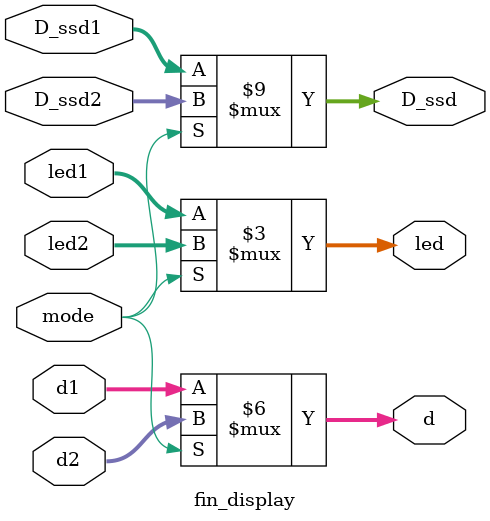
<source format=v>
`timescale 1ns / 1ps


module fin_display(
    input mode,
    input [7:0]D_ssd1,
    input [3:0]d1,
    input [15:0]led1,
    input [7:0]D_ssd2,
    input [3:0]d2,
    input [15:0]led2,
    output reg [7:0]D_ssd,
    output reg [3:0]d,
    output reg [15:0]led
    );
    
    always@*
        if (mode)
            begin
                D_ssd = D_ssd2;
                d = d2;
                led = led2;
            end
        else
            begin
                D_ssd = D_ssd1;
                d = d1;
                led = led1;
            end
endmodule

</source>
